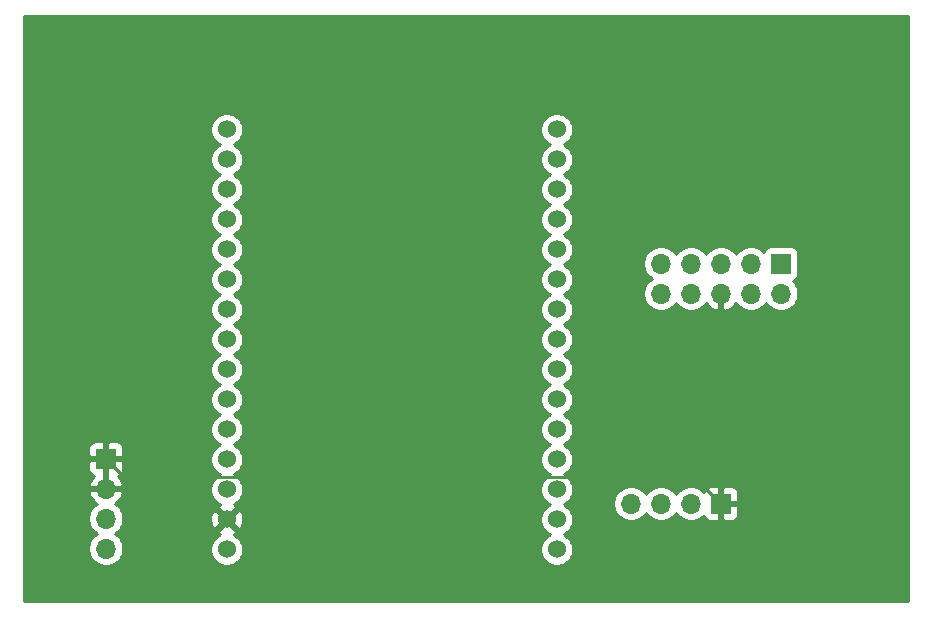
<source format=gbr>
%TF.GenerationSoftware,KiCad,Pcbnew,(5.1.9)-1*%
%TF.CreationDate,2021-04-04T23:23:37-07:00*%
%TF.ProjectId,esp8266_power,65737038-3236-4365-9f70-6f7765722e6b,rev?*%
%TF.SameCoordinates,Original*%
%TF.FileFunction,Copper,L2,Bot*%
%TF.FilePolarity,Positive*%
%FSLAX46Y46*%
G04 Gerber Fmt 4.6, Leading zero omitted, Abs format (unit mm)*
G04 Created by KiCad (PCBNEW (5.1.9)-1) date 2021-04-04 23:23:37*
%MOMM*%
%LPD*%
G01*
G04 APERTURE LIST*
%TA.AperFunction,ComponentPad*%
%ADD10C,1.524000*%
%TD*%
%TA.AperFunction,ComponentPad*%
%ADD11R,1.700000X1.700000*%
%TD*%
%TA.AperFunction,ComponentPad*%
%ADD12O,1.700000X1.700000*%
%TD*%
%TA.AperFunction,Conductor*%
%ADD13C,0.250000*%
%TD*%
%TA.AperFunction,Conductor*%
%ADD14C,0.254000*%
%TD*%
%TA.AperFunction,Conductor*%
%ADD15C,0.100000*%
%TD*%
G04 APERTURE END LIST*
D10*
%TO.P,U1,1*%
%TO.N,N/C*%
X132155001Y-86435001D03*
%TO.P,U1,2*%
X132155001Y-88975001D03*
%TO.P,U1,3*%
X132155001Y-91515001D03*
%TO.P,U1,4*%
X132155001Y-94055001D03*
%TO.P,U1,5*%
X132155001Y-96595001D03*
%TO.P,U1,6*%
X132155001Y-99135001D03*
%TO.P,U1,7*%
X132155001Y-101675001D03*
%TO.P,U1,8*%
X132155001Y-104215001D03*
%TO.P,U1,9*%
X132155001Y-106755001D03*
%TO.P,U1,10*%
X132155001Y-109295001D03*
%TO.P,U1,11*%
X132155001Y-111835001D03*
%TO.P,U1,12*%
X132155001Y-114375001D03*
%TO.P,U1,13*%
X132155001Y-116915001D03*
%TO.P,U1,14*%
%TO.N,GND*%
X132155001Y-119455001D03*
%TO.P,U1,15*%
%TO.N,+5V*%
X132155001Y-121995001D03*
%TO.P,U1,16*%
%TO.N,N/C*%
X160095001Y-121995001D03*
%TO.P,U1,17*%
X160095001Y-119455001D03*
%TO.P,U1,18*%
%TO.N,/SDA*%
X160095001Y-116915001D03*
%TO.P,U1,19*%
%TO.N,/SCL*%
X160095001Y-114375001D03*
%TO.P,U1,20*%
%TO.N,/C*%
X160095001Y-111835001D03*
%TO.P,U1,21*%
%TO.N,/R1*%
X160095001Y-109295001D03*
%TO.P,U1,22*%
%TO.N,/D*%
X160095001Y-106755001D03*
%TO.P,U1,23*%
%TO.N,/CLK*%
X160095001Y-104215001D03*
%TO.P,U1,24*%
%TO.N,N/C*%
X160095001Y-101675001D03*
%TO.P,U1,25*%
X160095001Y-99135001D03*
%TO.P,U1,26*%
%TO.N,/OE*%
X160095001Y-96595001D03*
%TO.P,U1,27*%
%TO.N,/E*%
X160095001Y-94055001D03*
%TO.P,U1,28*%
%TO.N,/B*%
X160095001Y-91515001D03*
%TO.P,U1,29*%
%TO.N,/A*%
X160095001Y-88975001D03*
%TO.P,U1,30*%
%TO.N,/LAT*%
X160095001Y-86435001D03*
%TD*%
D11*
%TO.P,J1,1*%
%TO.N,GND*%
X121920000Y-114300000D03*
D12*
%TO.P,J1,2*%
X121920000Y-116840000D03*
%TO.P,J1,3*%
%TO.N,+5V*%
X121920000Y-119380000D03*
%TO.P,J1,4*%
X121920000Y-121920000D03*
%TD*%
%TO.P,J2,4*%
%TO.N,/SCL*%
X166370000Y-118110000D03*
%TO.P,J2,3*%
%TO.N,/SDA*%
X168910000Y-118110000D03*
%TO.P,J2,2*%
%TO.N,+5V*%
X171450000Y-118110000D03*
D11*
%TO.P,J2,1*%
%TO.N,GND*%
X173990000Y-118110000D03*
%TD*%
%TO.P,J3,1*%
%TO.N,/R1*%
X179070000Y-97790000D03*
D12*
%TO.P,J3,2*%
%TO.N,/A*%
X179070000Y-100330000D03*
%TO.P,J3,3*%
%TO.N,/C*%
X176530000Y-97790000D03*
%TO.P,J3,4*%
%TO.N,/CLK*%
X176530000Y-100330000D03*
%TO.P,J3,5*%
%TO.N,/OE*%
X173990000Y-97790000D03*
%TO.P,J3,6*%
%TO.N,GND*%
X173990000Y-100330000D03*
%TO.P,J3,7*%
%TO.N,/LAT*%
X171450000Y-97790000D03*
%TO.P,J3,8*%
%TO.N,/D*%
X171450000Y-100330000D03*
%TO.P,J3,9*%
%TO.N,/B*%
X168910000Y-97790000D03*
%TO.P,J3,10*%
%TO.N,/E*%
X168910000Y-100330000D03*
%TD*%
D13*
%TO.N,GND*%
X123448000Y-115828000D02*
X121920000Y-114300000D01*
X171708000Y-115828000D02*
X123448000Y-115828000D01*
X173990000Y-118110000D02*
X171708000Y-115828000D01*
X121920000Y-114300000D02*
X121920000Y-116840000D01*
X129540000Y-116840000D02*
X132155001Y-119455001D01*
X121920000Y-116840000D02*
X129540000Y-116840000D01*
X173990000Y-100330000D02*
X173990000Y-118110000D01*
%TD*%
D14*
%TO.N,GND*%
X189840001Y-126340000D02*
X114960000Y-126340000D01*
X114960000Y-119233740D01*
X120435000Y-119233740D01*
X120435000Y-119526260D01*
X120492068Y-119813158D01*
X120604010Y-120083411D01*
X120766525Y-120326632D01*
X120973368Y-120533475D01*
X121147760Y-120650000D01*
X120973368Y-120766525D01*
X120766525Y-120973368D01*
X120604010Y-121216589D01*
X120492068Y-121486842D01*
X120435000Y-121773740D01*
X120435000Y-122066260D01*
X120492068Y-122353158D01*
X120604010Y-122623411D01*
X120766525Y-122866632D01*
X120973368Y-123073475D01*
X121216589Y-123235990D01*
X121486842Y-123347932D01*
X121773740Y-123405000D01*
X122066260Y-123405000D01*
X122353158Y-123347932D01*
X122623411Y-123235990D01*
X122866632Y-123073475D01*
X123073475Y-122866632D01*
X123235990Y-122623411D01*
X123347932Y-122353158D01*
X123405000Y-122066260D01*
X123405000Y-121857409D01*
X130758001Y-121857409D01*
X130758001Y-122132593D01*
X130811687Y-122402491D01*
X130916996Y-122656728D01*
X131069881Y-122885536D01*
X131264466Y-123080121D01*
X131493274Y-123233006D01*
X131747511Y-123338315D01*
X132017409Y-123392001D01*
X132292593Y-123392001D01*
X132562491Y-123338315D01*
X132816728Y-123233006D01*
X133045536Y-123080121D01*
X133240121Y-122885536D01*
X133393006Y-122656728D01*
X133498315Y-122402491D01*
X133552001Y-122132593D01*
X133552001Y-121857409D01*
X133498315Y-121587511D01*
X133393006Y-121333274D01*
X133240121Y-121104466D01*
X133045536Y-120909881D01*
X132816728Y-120756996D01*
X132745058Y-120727309D01*
X132758024Y-120722637D01*
X132873981Y-120660657D01*
X132940961Y-120420566D01*
X132155001Y-119634606D01*
X131369041Y-120420566D01*
X131436021Y-120660657D01*
X131571761Y-120724486D01*
X131493274Y-120756996D01*
X131264466Y-120909881D01*
X131069881Y-121104466D01*
X130916996Y-121333274D01*
X130811687Y-121587511D01*
X130758001Y-121857409D01*
X123405000Y-121857409D01*
X123405000Y-121773740D01*
X123347932Y-121486842D01*
X123235990Y-121216589D01*
X123073475Y-120973368D01*
X122866632Y-120766525D01*
X122692240Y-120650000D01*
X122866632Y-120533475D01*
X123073475Y-120326632D01*
X123235990Y-120083411D01*
X123347932Y-119813158D01*
X123404849Y-119527018D01*
X130753091Y-119527018D01*
X130794079Y-119799134D01*
X130887365Y-120058024D01*
X130949345Y-120173981D01*
X131189436Y-120240961D01*
X131975396Y-119455001D01*
X132334606Y-119455001D01*
X133120566Y-120240961D01*
X133360657Y-120173981D01*
X133477757Y-119924953D01*
X133544024Y-119657866D01*
X133556911Y-119382984D01*
X133515923Y-119110868D01*
X133422637Y-118851978D01*
X133360657Y-118736021D01*
X133120566Y-118669041D01*
X132334606Y-119455001D01*
X131975396Y-119455001D01*
X131189436Y-118669041D01*
X130949345Y-118736021D01*
X130832245Y-118985049D01*
X130765978Y-119252136D01*
X130753091Y-119527018D01*
X123404849Y-119527018D01*
X123405000Y-119526260D01*
X123405000Y-119233740D01*
X123347932Y-118946842D01*
X123235990Y-118676589D01*
X123073475Y-118433368D01*
X122866632Y-118226525D01*
X122684466Y-118104805D01*
X122801355Y-118035178D01*
X123017588Y-117840269D01*
X123191641Y-117606920D01*
X123316825Y-117344099D01*
X123361476Y-117196890D01*
X123240155Y-116967000D01*
X122047000Y-116967000D01*
X122047000Y-116987000D01*
X121793000Y-116987000D01*
X121793000Y-116967000D01*
X120599845Y-116967000D01*
X120478524Y-117196890D01*
X120523175Y-117344099D01*
X120648359Y-117606920D01*
X120822412Y-117840269D01*
X121038645Y-118035178D01*
X121155534Y-118104805D01*
X120973368Y-118226525D01*
X120766525Y-118433368D01*
X120604010Y-118676589D01*
X120492068Y-118946842D01*
X120435000Y-119233740D01*
X114960000Y-119233740D01*
X114960000Y-115150000D01*
X120431928Y-115150000D01*
X120444188Y-115274482D01*
X120480498Y-115394180D01*
X120539463Y-115504494D01*
X120618815Y-115601185D01*
X120715506Y-115680537D01*
X120825820Y-115739502D01*
X120906466Y-115763966D01*
X120822412Y-115839731D01*
X120648359Y-116073080D01*
X120523175Y-116335901D01*
X120478524Y-116483110D01*
X120599845Y-116713000D01*
X121793000Y-116713000D01*
X121793000Y-114427000D01*
X122047000Y-114427000D01*
X122047000Y-116713000D01*
X123240155Y-116713000D01*
X123361476Y-116483110D01*
X123316825Y-116335901D01*
X123191641Y-116073080D01*
X123017588Y-115839731D01*
X122933534Y-115763966D01*
X123014180Y-115739502D01*
X123124494Y-115680537D01*
X123221185Y-115601185D01*
X123300537Y-115504494D01*
X123359502Y-115394180D01*
X123395812Y-115274482D01*
X123408072Y-115150000D01*
X123405000Y-114585750D01*
X123246250Y-114427000D01*
X122047000Y-114427000D01*
X121793000Y-114427000D01*
X120593750Y-114427000D01*
X120435000Y-114585750D01*
X120431928Y-115150000D01*
X114960000Y-115150000D01*
X114960000Y-113450000D01*
X120431928Y-113450000D01*
X120435000Y-114014250D01*
X120593750Y-114173000D01*
X121793000Y-114173000D01*
X121793000Y-112973750D01*
X122047000Y-112973750D01*
X122047000Y-114173000D01*
X123246250Y-114173000D01*
X123405000Y-114014250D01*
X123408072Y-113450000D01*
X123395812Y-113325518D01*
X123359502Y-113205820D01*
X123300537Y-113095506D01*
X123221185Y-112998815D01*
X123124494Y-112919463D01*
X123014180Y-112860498D01*
X122894482Y-112824188D01*
X122770000Y-112811928D01*
X122205750Y-112815000D01*
X122047000Y-112973750D01*
X121793000Y-112973750D01*
X121634250Y-112815000D01*
X121070000Y-112811928D01*
X120945518Y-112824188D01*
X120825820Y-112860498D01*
X120715506Y-112919463D01*
X120618815Y-112998815D01*
X120539463Y-113095506D01*
X120480498Y-113205820D01*
X120444188Y-113325518D01*
X120431928Y-113450000D01*
X114960000Y-113450000D01*
X114960000Y-86297409D01*
X130758001Y-86297409D01*
X130758001Y-86572593D01*
X130811687Y-86842491D01*
X130916996Y-87096728D01*
X131069881Y-87325536D01*
X131264466Y-87520121D01*
X131493274Y-87673006D01*
X131570516Y-87705001D01*
X131493274Y-87736996D01*
X131264466Y-87889881D01*
X131069881Y-88084466D01*
X130916996Y-88313274D01*
X130811687Y-88567511D01*
X130758001Y-88837409D01*
X130758001Y-89112593D01*
X130811687Y-89382491D01*
X130916996Y-89636728D01*
X131069881Y-89865536D01*
X131264466Y-90060121D01*
X131493274Y-90213006D01*
X131570516Y-90245001D01*
X131493274Y-90276996D01*
X131264466Y-90429881D01*
X131069881Y-90624466D01*
X130916996Y-90853274D01*
X130811687Y-91107511D01*
X130758001Y-91377409D01*
X130758001Y-91652593D01*
X130811687Y-91922491D01*
X130916996Y-92176728D01*
X131069881Y-92405536D01*
X131264466Y-92600121D01*
X131493274Y-92753006D01*
X131570516Y-92785001D01*
X131493274Y-92816996D01*
X131264466Y-92969881D01*
X131069881Y-93164466D01*
X130916996Y-93393274D01*
X130811687Y-93647511D01*
X130758001Y-93917409D01*
X130758001Y-94192593D01*
X130811687Y-94462491D01*
X130916996Y-94716728D01*
X131069881Y-94945536D01*
X131264466Y-95140121D01*
X131493274Y-95293006D01*
X131570516Y-95325001D01*
X131493274Y-95356996D01*
X131264466Y-95509881D01*
X131069881Y-95704466D01*
X130916996Y-95933274D01*
X130811687Y-96187511D01*
X130758001Y-96457409D01*
X130758001Y-96732593D01*
X130811687Y-97002491D01*
X130916996Y-97256728D01*
X131069881Y-97485536D01*
X131264466Y-97680121D01*
X131493274Y-97833006D01*
X131570516Y-97865001D01*
X131493274Y-97896996D01*
X131264466Y-98049881D01*
X131069881Y-98244466D01*
X130916996Y-98473274D01*
X130811687Y-98727511D01*
X130758001Y-98997409D01*
X130758001Y-99272593D01*
X130811687Y-99542491D01*
X130916996Y-99796728D01*
X131069881Y-100025536D01*
X131264466Y-100220121D01*
X131493274Y-100373006D01*
X131570516Y-100405001D01*
X131493274Y-100436996D01*
X131264466Y-100589881D01*
X131069881Y-100784466D01*
X130916996Y-101013274D01*
X130811687Y-101267511D01*
X130758001Y-101537409D01*
X130758001Y-101812593D01*
X130811687Y-102082491D01*
X130916996Y-102336728D01*
X131069881Y-102565536D01*
X131264466Y-102760121D01*
X131493274Y-102913006D01*
X131570516Y-102945001D01*
X131493274Y-102976996D01*
X131264466Y-103129881D01*
X131069881Y-103324466D01*
X130916996Y-103553274D01*
X130811687Y-103807511D01*
X130758001Y-104077409D01*
X130758001Y-104352593D01*
X130811687Y-104622491D01*
X130916996Y-104876728D01*
X131069881Y-105105536D01*
X131264466Y-105300121D01*
X131493274Y-105453006D01*
X131570516Y-105485001D01*
X131493274Y-105516996D01*
X131264466Y-105669881D01*
X131069881Y-105864466D01*
X130916996Y-106093274D01*
X130811687Y-106347511D01*
X130758001Y-106617409D01*
X130758001Y-106892593D01*
X130811687Y-107162491D01*
X130916996Y-107416728D01*
X131069881Y-107645536D01*
X131264466Y-107840121D01*
X131493274Y-107993006D01*
X131570516Y-108025001D01*
X131493274Y-108056996D01*
X131264466Y-108209881D01*
X131069881Y-108404466D01*
X130916996Y-108633274D01*
X130811687Y-108887511D01*
X130758001Y-109157409D01*
X130758001Y-109432593D01*
X130811687Y-109702491D01*
X130916996Y-109956728D01*
X131069881Y-110185536D01*
X131264466Y-110380121D01*
X131493274Y-110533006D01*
X131570516Y-110565001D01*
X131493274Y-110596996D01*
X131264466Y-110749881D01*
X131069881Y-110944466D01*
X130916996Y-111173274D01*
X130811687Y-111427511D01*
X130758001Y-111697409D01*
X130758001Y-111972593D01*
X130811687Y-112242491D01*
X130916996Y-112496728D01*
X131069881Y-112725536D01*
X131264466Y-112920121D01*
X131493274Y-113073006D01*
X131570516Y-113105001D01*
X131493274Y-113136996D01*
X131264466Y-113289881D01*
X131069881Y-113484466D01*
X130916996Y-113713274D01*
X130811687Y-113967511D01*
X130758001Y-114237409D01*
X130758001Y-114512593D01*
X130811687Y-114782491D01*
X130916996Y-115036728D01*
X131069881Y-115265536D01*
X131264466Y-115460121D01*
X131493274Y-115613006D01*
X131570516Y-115645001D01*
X131493274Y-115676996D01*
X131264466Y-115829881D01*
X131069881Y-116024466D01*
X130916996Y-116253274D01*
X130811687Y-116507511D01*
X130758001Y-116777409D01*
X130758001Y-117052593D01*
X130811687Y-117322491D01*
X130916996Y-117576728D01*
X131069881Y-117805536D01*
X131264466Y-118000121D01*
X131493274Y-118153006D01*
X131564944Y-118182693D01*
X131551978Y-118187365D01*
X131436021Y-118249345D01*
X131369041Y-118489436D01*
X132155001Y-119275396D01*
X132940961Y-118489436D01*
X132873981Y-118249345D01*
X132738241Y-118185516D01*
X132816728Y-118153006D01*
X133045536Y-118000121D01*
X133240121Y-117805536D01*
X133393006Y-117576728D01*
X133498315Y-117322491D01*
X133552001Y-117052593D01*
X133552001Y-116777409D01*
X133498315Y-116507511D01*
X133393006Y-116253274D01*
X133240121Y-116024466D01*
X133045536Y-115829881D01*
X132816728Y-115676996D01*
X132739486Y-115645001D01*
X132816728Y-115613006D01*
X133045536Y-115460121D01*
X133240121Y-115265536D01*
X133393006Y-115036728D01*
X133498315Y-114782491D01*
X133552001Y-114512593D01*
X133552001Y-114237409D01*
X133498315Y-113967511D01*
X133393006Y-113713274D01*
X133240121Y-113484466D01*
X133045536Y-113289881D01*
X132816728Y-113136996D01*
X132739486Y-113105001D01*
X132816728Y-113073006D01*
X133045536Y-112920121D01*
X133240121Y-112725536D01*
X133393006Y-112496728D01*
X133498315Y-112242491D01*
X133552001Y-111972593D01*
X133552001Y-111697409D01*
X133498315Y-111427511D01*
X133393006Y-111173274D01*
X133240121Y-110944466D01*
X133045536Y-110749881D01*
X132816728Y-110596996D01*
X132739486Y-110565001D01*
X132816728Y-110533006D01*
X133045536Y-110380121D01*
X133240121Y-110185536D01*
X133393006Y-109956728D01*
X133498315Y-109702491D01*
X133552001Y-109432593D01*
X133552001Y-109157409D01*
X133498315Y-108887511D01*
X133393006Y-108633274D01*
X133240121Y-108404466D01*
X133045536Y-108209881D01*
X132816728Y-108056996D01*
X132739486Y-108025001D01*
X132816728Y-107993006D01*
X133045536Y-107840121D01*
X133240121Y-107645536D01*
X133393006Y-107416728D01*
X133498315Y-107162491D01*
X133552001Y-106892593D01*
X133552001Y-106617409D01*
X133498315Y-106347511D01*
X133393006Y-106093274D01*
X133240121Y-105864466D01*
X133045536Y-105669881D01*
X132816728Y-105516996D01*
X132739486Y-105485001D01*
X132816728Y-105453006D01*
X133045536Y-105300121D01*
X133240121Y-105105536D01*
X133393006Y-104876728D01*
X133498315Y-104622491D01*
X133552001Y-104352593D01*
X133552001Y-104077409D01*
X133498315Y-103807511D01*
X133393006Y-103553274D01*
X133240121Y-103324466D01*
X133045536Y-103129881D01*
X132816728Y-102976996D01*
X132739486Y-102945001D01*
X132816728Y-102913006D01*
X133045536Y-102760121D01*
X133240121Y-102565536D01*
X133393006Y-102336728D01*
X133498315Y-102082491D01*
X133552001Y-101812593D01*
X133552001Y-101537409D01*
X133498315Y-101267511D01*
X133393006Y-101013274D01*
X133240121Y-100784466D01*
X133045536Y-100589881D01*
X132816728Y-100436996D01*
X132739486Y-100405001D01*
X132816728Y-100373006D01*
X133045536Y-100220121D01*
X133240121Y-100025536D01*
X133393006Y-99796728D01*
X133498315Y-99542491D01*
X133552001Y-99272593D01*
X133552001Y-98997409D01*
X133498315Y-98727511D01*
X133393006Y-98473274D01*
X133240121Y-98244466D01*
X133045536Y-98049881D01*
X132816728Y-97896996D01*
X132739486Y-97865001D01*
X132816728Y-97833006D01*
X133045536Y-97680121D01*
X133240121Y-97485536D01*
X133393006Y-97256728D01*
X133498315Y-97002491D01*
X133552001Y-96732593D01*
X133552001Y-96457409D01*
X133498315Y-96187511D01*
X133393006Y-95933274D01*
X133240121Y-95704466D01*
X133045536Y-95509881D01*
X132816728Y-95356996D01*
X132739486Y-95325001D01*
X132816728Y-95293006D01*
X133045536Y-95140121D01*
X133240121Y-94945536D01*
X133393006Y-94716728D01*
X133498315Y-94462491D01*
X133552001Y-94192593D01*
X133552001Y-93917409D01*
X133498315Y-93647511D01*
X133393006Y-93393274D01*
X133240121Y-93164466D01*
X133045536Y-92969881D01*
X132816728Y-92816996D01*
X132739486Y-92785001D01*
X132816728Y-92753006D01*
X133045536Y-92600121D01*
X133240121Y-92405536D01*
X133393006Y-92176728D01*
X133498315Y-91922491D01*
X133552001Y-91652593D01*
X133552001Y-91377409D01*
X133498315Y-91107511D01*
X133393006Y-90853274D01*
X133240121Y-90624466D01*
X133045536Y-90429881D01*
X132816728Y-90276996D01*
X132739486Y-90245001D01*
X132816728Y-90213006D01*
X133045536Y-90060121D01*
X133240121Y-89865536D01*
X133393006Y-89636728D01*
X133498315Y-89382491D01*
X133552001Y-89112593D01*
X133552001Y-88837409D01*
X133498315Y-88567511D01*
X133393006Y-88313274D01*
X133240121Y-88084466D01*
X133045536Y-87889881D01*
X132816728Y-87736996D01*
X132739486Y-87705001D01*
X132816728Y-87673006D01*
X133045536Y-87520121D01*
X133240121Y-87325536D01*
X133393006Y-87096728D01*
X133498315Y-86842491D01*
X133552001Y-86572593D01*
X133552001Y-86297409D01*
X158698001Y-86297409D01*
X158698001Y-86572593D01*
X158751687Y-86842491D01*
X158856996Y-87096728D01*
X159009881Y-87325536D01*
X159204466Y-87520121D01*
X159433274Y-87673006D01*
X159510516Y-87705001D01*
X159433274Y-87736996D01*
X159204466Y-87889881D01*
X159009881Y-88084466D01*
X158856996Y-88313274D01*
X158751687Y-88567511D01*
X158698001Y-88837409D01*
X158698001Y-89112593D01*
X158751687Y-89382491D01*
X158856996Y-89636728D01*
X159009881Y-89865536D01*
X159204466Y-90060121D01*
X159433274Y-90213006D01*
X159510516Y-90245001D01*
X159433274Y-90276996D01*
X159204466Y-90429881D01*
X159009881Y-90624466D01*
X158856996Y-90853274D01*
X158751687Y-91107511D01*
X158698001Y-91377409D01*
X158698001Y-91652593D01*
X158751687Y-91922491D01*
X158856996Y-92176728D01*
X159009881Y-92405536D01*
X159204466Y-92600121D01*
X159433274Y-92753006D01*
X159510516Y-92785001D01*
X159433274Y-92816996D01*
X159204466Y-92969881D01*
X159009881Y-93164466D01*
X158856996Y-93393274D01*
X158751687Y-93647511D01*
X158698001Y-93917409D01*
X158698001Y-94192593D01*
X158751687Y-94462491D01*
X158856996Y-94716728D01*
X159009881Y-94945536D01*
X159204466Y-95140121D01*
X159433274Y-95293006D01*
X159510516Y-95325001D01*
X159433274Y-95356996D01*
X159204466Y-95509881D01*
X159009881Y-95704466D01*
X158856996Y-95933274D01*
X158751687Y-96187511D01*
X158698001Y-96457409D01*
X158698001Y-96732593D01*
X158751687Y-97002491D01*
X158856996Y-97256728D01*
X159009881Y-97485536D01*
X159204466Y-97680121D01*
X159433274Y-97833006D01*
X159510516Y-97865001D01*
X159433274Y-97896996D01*
X159204466Y-98049881D01*
X159009881Y-98244466D01*
X158856996Y-98473274D01*
X158751687Y-98727511D01*
X158698001Y-98997409D01*
X158698001Y-99272593D01*
X158751687Y-99542491D01*
X158856996Y-99796728D01*
X159009881Y-100025536D01*
X159204466Y-100220121D01*
X159433274Y-100373006D01*
X159510516Y-100405001D01*
X159433274Y-100436996D01*
X159204466Y-100589881D01*
X159009881Y-100784466D01*
X158856996Y-101013274D01*
X158751687Y-101267511D01*
X158698001Y-101537409D01*
X158698001Y-101812593D01*
X158751687Y-102082491D01*
X158856996Y-102336728D01*
X159009881Y-102565536D01*
X159204466Y-102760121D01*
X159433274Y-102913006D01*
X159510516Y-102945001D01*
X159433274Y-102976996D01*
X159204466Y-103129881D01*
X159009881Y-103324466D01*
X158856996Y-103553274D01*
X158751687Y-103807511D01*
X158698001Y-104077409D01*
X158698001Y-104352593D01*
X158751687Y-104622491D01*
X158856996Y-104876728D01*
X159009881Y-105105536D01*
X159204466Y-105300121D01*
X159433274Y-105453006D01*
X159510516Y-105485001D01*
X159433274Y-105516996D01*
X159204466Y-105669881D01*
X159009881Y-105864466D01*
X158856996Y-106093274D01*
X158751687Y-106347511D01*
X158698001Y-106617409D01*
X158698001Y-106892593D01*
X158751687Y-107162491D01*
X158856996Y-107416728D01*
X159009881Y-107645536D01*
X159204466Y-107840121D01*
X159433274Y-107993006D01*
X159510516Y-108025001D01*
X159433274Y-108056996D01*
X159204466Y-108209881D01*
X159009881Y-108404466D01*
X158856996Y-108633274D01*
X158751687Y-108887511D01*
X158698001Y-109157409D01*
X158698001Y-109432593D01*
X158751687Y-109702491D01*
X158856996Y-109956728D01*
X159009881Y-110185536D01*
X159204466Y-110380121D01*
X159433274Y-110533006D01*
X159510516Y-110565001D01*
X159433274Y-110596996D01*
X159204466Y-110749881D01*
X159009881Y-110944466D01*
X158856996Y-111173274D01*
X158751687Y-111427511D01*
X158698001Y-111697409D01*
X158698001Y-111972593D01*
X158751687Y-112242491D01*
X158856996Y-112496728D01*
X159009881Y-112725536D01*
X159204466Y-112920121D01*
X159433274Y-113073006D01*
X159510516Y-113105001D01*
X159433274Y-113136996D01*
X159204466Y-113289881D01*
X159009881Y-113484466D01*
X158856996Y-113713274D01*
X158751687Y-113967511D01*
X158698001Y-114237409D01*
X158698001Y-114512593D01*
X158751687Y-114782491D01*
X158856996Y-115036728D01*
X159009881Y-115265536D01*
X159204466Y-115460121D01*
X159433274Y-115613006D01*
X159510516Y-115645001D01*
X159433274Y-115676996D01*
X159204466Y-115829881D01*
X159009881Y-116024466D01*
X158856996Y-116253274D01*
X158751687Y-116507511D01*
X158698001Y-116777409D01*
X158698001Y-117052593D01*
X158751687Y-117322491D01*
X158856996Y-117576728D01*
X159009881Y-117805536D01*
X159204466Y-118000121D01*
X159433274Y-118153006D01*
X159510516Y-118185001D01*
X159433274Y-118216996D01*
X159204466Y-118369881D01*
X159009881Y-118564466D01*
X158856996Y-118793274D01*
X158751687Y-119047511D01*
X158698001Y-119317409D01*
X158698001Y-119592593D01*
X158751687Y-119862491D01*
X158856996Y-120116728D01*
X159009881Y-120345536D01*
X159204466Y-120540121D01*
X159433274Y-120693006D01*
X159510516Y-120725001D01*
X159433274Y-120756996D01*
X159204466Y-120909881D01*
X159009881Y-121104466D01*
X158856996Y-121333274D01*
X158751687Y-121587511D01*
X158698001Y-121857409D01*
X158698001Y-122132593D01*
X158751687Y-122402491D01*
X158856996Y-122656728D01*
X159009881Y-122885536D01*
X159204466Y-123080121D01*
X159433274Y-123233006D01*
X159687511Y-123338315D01*
X159957409Y-123392001D01*
X160232593Y-123392001D01*
X160502491Y-123338315D01*
X160756728Y-123233006D01*
X160985536Y-123080121D01*
X161180121Y-122885536D01*
X161333006Y-122656728D01*
X161438315Y-122402491D01*
X161492001Y-122132593D01*
X161492001Y-121857409D01*
X161438315Y-121587511D01*
X161333006Y-121333274D01*
X161180121Y-121104466D01*
X160985536Y-120909881D01*
X160756728Y-120756996D01*
X160679486Y-120725001D01*
X160756728Y-120693006D01*
X160985536Y-120540121D01*
X161180121Y-120345536D01*
X161333006Y-120116728D01*
X161438315Y-119862491D01*
X161492001Y-119592593D01*
X161492001Y-119317409D01*
X161438315Y-119047511D01*
X161333006Y-118793274D01*
X161180121Y-118564466D01*
X160985536Y-118369881D01*
X160756728Y-118216996D01*
X160679486Y-118185001D01*
X160756728Y-118153006D01*
X160985536Y-118000121D01*
X161021917Y-117963740D01*
X164885000Y-117963740D01*
X164885000Y-118256260D01*
X164942068Y-118543158D01*
X165054010Y-118813411D01*
X165216525Y-119056632D01*
X165423368Y-119263475D01*
X165666589Y-119425990D01*
X165936842Y-119537932D01*
X166223740Y-119595000D01*
X166516260Y-119595000D01*
X166803158Y-119537932D01*
X167073411Y-119425990D01*
X167316632Y-119263475D01*
X167523475Y-119056632D01*
X167640000Y-118882240D01*
X167756525Y-119056632D01*
X167963368Y-119263475D01*
X168206589Y-119425990D01*
X168476842Y-119537932D01*
X168763740Y-119595000D01*
X169056260Y-119595000D01*
X169343158Y-119537932D01*
X169613411Y-119425990D01*
X169856632Y-119263475D01*
X170063475Y-119056632D01*
X170180000Y-118882240D01*
X170296525Y-119056632D01*
X170503368Y-119263475D01*
X170746589Y-119425990D01*
X171016842Y-119537932D01*
X171303740Y-119595000D01*
X171596260Y-119595000D01*
X171883158Y-119537932D01*
X172153411Y-119425990D01*
X172396632Y-119263475D01*
X172528487Y-119131620D01*
X172550498Y-119204180D01*
X172609463Y-119314494D01*
X172688815Y-119411185D01*
X172785506Y-119490537D01*
X172895820Y-119549502D01*
X173015518Y-119585812D01*
X173140000Y-119598072D01*
X173704250Y-119595000D01*
X173863000Y-119436250D01*
X173863000Y-118237000D01*
X174117000Y-118237000D01*
X174117000Y-119436250D01*
X174275750Y-119595000D01*
X174840000Y-119598072D01*
X174964482Y-119585812D01*
X175084180Y-119549502D01*
X175194494Y-119490537D01*
X175291185Y-119411185D01*
X175370537Y-119314494D01*
X175429502Y-119204180D01*
X175465812Y-119084482D01*
X175478072Y-118960000D01*
X175475000Y-118395750D01*
X175316250Y-118237000D01*
X174117000Y-118237000D01*
X173863000Y-118237000D01*
X173843000Y-118237000D01*
X173843000Y-117983000D01*
X173863000Y-117983000D01*
X173863000Y-116783750D01*
X174117000Y-116783750D01*
X174117000Y-117983000D01*
X175316250Y-117983000D01*
X175475000Y-117824250D01*
X175478072Y-117260000D01*
X175465812Y-117135518D01*
X175429502Y-117015820D01*
X175370537Y-116905506D01*
X175291185Y-116808815D01*
X175194494Y-116729463D01*
X175084180Y-116670498D01*
X174964482Y-116634188D01*
X174840000Y-116621928D01*
X174275750Y-116625000D01*
X174117000Y-116783750D01*
X173863000Y-116783750D01*
X173704250Y-116625000D01*
X173140000Y-116621928D01*
X173015518Y-116634188D01*
X172895820Y-116670498D01*
X172785506Y-116729463D01*
X172688815Y-116808815D01*
X172609463Y-116905506D01*
X172550498Y-117015820D01*
X172528487Y-117088380D01*
X172396632Y-116956525D01*
X172153411Y-116794010D01*
X171883158Y-116682068D01*
X171596260Y-116625000D01*
X171303740Y-116625000D01*
X171016842Y-116682068D01*
X170746589Y-116794010D01*
X170503368Y-116956525D01*
X170296525Y-117163368D01*
X170180000Y-117337760D01*
X170063475Y-117163368D01*
X169856632Y-116956525D01*
X169613411Y-116794010D01*
X169343158Y-116682068D01*
X169056260Y-116625000D01*
X168763740Y-116625000D01*
X168476842Y-116682068D01*
X168206589Y-116794010D01*
X167963368Y-116956525D01*
X167756525Y-117163368D01*
X167640000Y-117337760D01*
X167523475Y-117163368D01*
X167316632Y-116956525D01*
X167073411Y-116794010D01*
X166803158Y-116682068D01*
X166516260Y-116625000D01*
X166223740Y-116625000D01*
X165936842Y-116682068D01*
X165666589Y-116794010D01*
X165423368Y-116956525D01*
X165216525Y-117163368D01*
X165054010Y-117406589D01*
X164942068Y-117676842D01*
X164885000Y-117963740D01*
X161021917Y-117963740D01*
X161180121Y-117805536D01*
X161333006Y-117576728D01*
X161438315Y-117322491D01*
X161492001Y-117052593D01*
X161492001Y-116777409D01*
X161438315Y-116507511D01*
X161333006Y-116253274D01*
X161180121Y-116024466D01*
X160985536Y-115829881D01*
X160756728Y-115676996D01*
X160679486Y-115645001D01*
X160756728Y-115613006D01*
X160985536Y-115460121D01*
X161180121Y-115265536D01*
X161333006Y-115036728D01*
X161438315Y-114782491D01*
X161492001Y-114512593D01*
X161492001Y-114237409D01*
X161438315Y-113967511D01*
X161333006Y-113713274D01*
X161180121Y-113484466D01*
X160985536Y-113289881D01*
X160756728Y-113136996D01*
X160679486Y-113105001D01*
X160756728Y-113073006D01*
X160985536Y-112920121D01*
X161180121Y-112725536D01*
X161333006Y-112496728D01*
X161438315Y-112242491D01*
X161492001Y-111972593D01*
X161492001Y-111697409D01*
X161438315Y-111427511D01*
X161333006Y-111173274D01*
X161180121Y-110944466D01*
X160985536Y-110749881D01*
X160756728Y-110596996D01*
X160679486Y-110565001D01*
X160756728Y-110533006D01*
X160985536Y-110380121D01*
X161180121Y-110185536D01*
X161333006Y-109956728D01*
X161438315Y-109702491D01*
X161492001Y-109432593D01*
X161492001Y-109157409D01*
X161438315Y-108887511D01*
X161333006Y-108633274D01*
X161180121Y-108404466D01*
X160985536Y-108209881D01*
X160756728Y-108056996D01*
X160679486Y-108025001D01*
X160756728Y-107993006D01*
X160985536Y-107840121D01*
X161180121Y-107645536D01*
X161333006Y-107416728D01*
X161438315Y-107162491D01*
X161492001Y-106892593D01*
X161492001Y-106617409D01*
X161438315Y-106347511D01*
X161333006Y-106093274D01*
X161180121Y-105864466D01*
X160985536Y-105669881D01*
X160756728Y-105516996D01*
X160679486Y-105485001D01*
X160756728Y-105453006D01*
X160985536Y-105300121D01*
X161180121Y-105105536D01*
X161333006Y-104876728D01*
X161438315Y-104622491D01*
X161492001Y-104352593D01*
X161492001Y-104077409D01*
X161438315Y-103807511D01*
X161333006Y-103553274D01*
X161180121Y-103324466D01*
X160985536Y-103129881D01*
X160756728Y-102976996D01*
X160679486Y-102945001D01*
X160756728Y-102913006D01*
X160985536Y-102760121D01*
X161180121Y-102565536D01*
X161333006Y-102336728D01*
X161438315Y-102082491D01*
X161492001Y-101812593D01*
X161492001Y-101537409D01*
X161438315Y-101267511D01*
X161333006Y-101013274D01*
X161180121Y-100784466D01*
X160985536Y-100589881D01*
X160756728Y-100436996D01*
X160679486Y-100405001D01*
X160756728Y-100373006D01*
X160985536Y-100220121D01*
X161180121Y-100025536D01*
X161333006Y-99796728D01*
X161438315Y-99542491D01*
X161492001Y-99272593D01*
X161492001Y-98997409D01*
X161438315Y-98727511D01*
X161333006Y-98473274D01*
X161180121Y-98244466D01*
X160985536Y-98049881D01*
X160756728Y-97896996D01*
X160679486Y-97865001D01*
X160756728Y-97833006D01*
X160985536Y-97680121D01*
X161021917Y-97643740D01*
X167425000Y-97643740D01*
X167425000Y-97936260D01*
X167482068Y-98223158D01*
X167594010Y-98493411D01*
X167756525Y-98736632D01*
X167963368Y-98943475D01*
X168137760Y-99060000D01*
X167963368Y-99176525D01*
X167756525Y-99383368D01*
X167594010Y-99626589D01*
X167482068Y-99896842D01*
X167425000Y-100183740D01*
X167425000Y-100476260D01*
X167482068Y-100763158D01*
X167594010Y-101033411D01*
X167756525Y-101276632D01*
X167963368Y-101483475D01*
X168206589Y-101645990D01*
X168476842Y-101757932D01*
X168763740Y-101815000D01*
X169056260Y-101815000D01*
X169343158Y-101757932D01*
X169613411Y-101645990D01*
X169856632Y-101483475D01*
X170063475Y-101276632D01*
X170180000Y-101102240D01*
X170296525Y-101276632D01*
X170503368Y-101483475D01*
X170746589Y-101645990D01*
X171016842Y-101757932D01*
X171303740Y-101815000D01*
X171596260Y-101815000D01*
X171883158Y-101757932D01*
X172153411Y-101645990D01*
X172396632Y-101483475D01*
X172603475Y-101276632D01*
X172725195Y-101094466D01*
X172794822Y-101211355D01*
X172989731Y-101427588D01*
X173223080Y-101601641D01*
X173485901Y-101726825D01*
X173633110Y-101771476D01*
X173863000Y-101650155D01*
X173863000Y-100457000D01*
X173843000Y-100457000D01*
X173843000Y-100203000D01*
X173863000Y-100203000D01*
X173863000Y-100183000D01*
X174117000Y-100183000D01*
X174117000Y-100203000D01*
X174137000Y-100203000D01*
X174137000Y-100457000D01*
X174117000Y-100457000D01*
X174117000Y-101650155D01*
X174346890Y-101771476D01*
X174494099Y-101726825D01*
X174756920Y-101601641D01*
X174990269Y-101427588D01*
X175185178Y-101211355D01*
X175254805Y-101094466D01*
X175376525Y-101276632D01*
X175583368Y-101483475D01*
X175826589Y-101645990D01*
X176096842Y-101757932D01*
X176383740Y-101815000D01*
X176676260Y-101815000D01*
X176963158Y-101757932D01*
X177233411Y-101645990D01*
X177476632Y-101483475D01*
X177683475Y-101276632D01*
X177800000Y-101102240D01*
X177916525Y-101276632D01*
X178123368Y-101483475D01*
X178366589Y-101645990D01*
X178636842Y-101757932D01*
X178923740Y-101815000D01*
X179216260Y-101815000D01*
X179503158Y-101757932D01*
X179773411Y-101645990D01*
X180016632Y-101483475D01*
X180223475Y-101276632D01*
X180385990Y-101033411D01*
X180497932Y-100763158D01*
X180555000Y-100476260D01*
X180555000Y-100183740D01*
X180497932Y-99896842D01*
X180385990Y-99626589D01*
X180223475Y-99383368D01*
X180091620Y-99251513D01*
X180164180Y-99229502D01*
X180274494Y-99170537D01*
X180371185Y-99091185D01*
X180450537Y-98994494D01*
X180509502Y-98884180D01*
X180545812Y-98764482D01*
X180558072Y-98640000D01*
X180558072Y-96940000D01*
X180545812Y-96815518D01*
X180509502Y-96695820D01*
X180450537Y-96585506D01*
X180371185Y-96488815D01*
X180274494Y-96409463D01*
X180164180Y-96350498D01*
X180044482Y-96314188D01*
X179920000Y-96301928D01*
X178220000Y-96301928D01*
X178095518Y-96314188D01*
X177975820Y-96350498D01*
X177865506Y-96409463D01*
X177768815Y-96488815D01*
X177689463Y-96585506D01*
X177630498Y-96695820D01*
X177608487Y-96768380D01*
X177476632Y-96636525D01*
X177233411Y-96474010D01*
X176963158Y-96362068D01*
X176676260Y-96305000D01*
X176383740Y-96305000D01*
X176096842Y-96362068D01*
X175826589Y-96474010D01*
X175583368Y-96636525D01*
X175376525Y-96843368D01*
X175260000Y-97017760D01*
X175143475Y-96843368D01*
X174936632Y-96636525D01*
X174693411Y-96474010D01*
X174423158Y-96362068D01*
X174136260Y-96305000D01*
X173843740Y-96305000D01*
X173556842Y-96362068D01*
X173286589Y-96474010D01*
X173043368Y-96636525D01*
X172836525Y-96843368D01*
X172720000Y-97017760D01*
X172603475Y-96843368D01*
X172396632Y-96636525D01*
X172153411Y-96474010D01*
X171883158Y-96362068D01*
X171596260Y-96305000D01*
X171303740Y-96305000D01*
X171016842Y-96362068D01*
X170746589Y-96474010D01*
X170503368Y-96636525D01*
X170296525Y-96843368D01*
X170180000Y-97017760D01*
X170063475Y-96843368D01*
X169856632Y-96636525D01*
X169613411Y-96474010D01*
X169343158Y-96362068D01*
X169056260Y-96305000D01*
X168763740Y-96305000D01*
X168476842Y-96362068D01*
X168206589Y-96474010D01*
X167963368Y-96636525D01*
X167756525Y-96843368D01*
X167594010Y-97086589D01*
X167482068Y-97356842D01*
X167425000Y-97643740D01*
X161021917Y-97643740D01*
X161180121Y-97485536D01*
X161333006Y-97256728D01*
X161438315Y-97002491D01*
X161492001Y-96732593D01*
X161492001Y-96457409D01*
X161438315Y-96187511D01*
X161333006Y-95933274D01*
X161180121Y-95704466D01*
X160985536Y-95509881D01*
X160756728Y-95356996D01*
X160679486Y-95325001D01*
X160756728Y-95293006D01*
X160985536Y-95140121D01*
X161180121Y-94945536D01*
X161333006Y-94716728D01*
X161438315Y-94462491D01*
X161492001Y-94192593D01*
X161492001Y-93917409D01*
X161438315Y-93647511D01*
X161333006Y-93393274D01*
X161180121Y-93164466D01*
X160985536Y-92969881D01*
X160756728Y-92816996D01*
X160679486Y-92785001D01*
X160756728Y-92753006D01*
X160985536Y-92600121D01*
X161180121Y-92405536D01*
X161333006Y-92176728D01*
X161438315Y-91922491D01*
X161492001Y-91652593D01*
X161492001Y-91377409D01*
X161438315Y-91107511D01*
X161333006Y-90853274D01*
X161180121Y-90624466D01*
X160985536Y-90429881D01*
X160756728Y-90276996D01*
X160679486Y-90245001D01*
X160756728Y-90213006D01*
X160985536Y-90060121D01*
X161180121Y-89865536D01*
X161333006Y-89636728D01*
X161438315Y-89382491D01*
X161492001Y-89112593D01*
X161492001Y-88837409D01*
X161438315Y-88567511D01*
X161333006Y-88313274D01*
X161180121Y-88084466D01*
X160985536Y-87889881D01*
X160756728Y-87736996D01*
X160679486Y-87705001D01*
X160756728Y-87673006D01*
X160985536Y-87520121D01*
X161180121Y-87325536D01*
X161333006Y-87096728D01*
X161438315Y-86842491D01*
X161492001Y-86572593D01*
X161492001Y-86297409D01*
X161438315Y-86027511D01*
X161333006Y-85773274D01*
X161180121Y-85544466D01*
X160985536Y-85349881D01*
X160756728Y-85196996D01*
X160502491Y-85091687D01*
X160232593Y-85038001D01*
X159957409Y-85038001D01*
X159687511Y-85091687D01*
X159433274Y-85196996D01*
X159204466Y-85349881D01*
X159009881Y-85544466D01*
X158856996Y-85773274D01*
X158751687Y-86027511D01*
X158698001Y-86297409D01*
X133552001Y-86297409D01*
X133498315Y-86027511D01*
X133393006Y-85773274D01*
X133240121Y-85544466D01*
X133045536Y-85349881D01*
X132816728Y-85196996D01*
X132562491Y-85091687D01*
X132292593Y-85038001D01*
X132017409Y-85038001D01*
X131747511Y-85091687D01*
X131493274Y-85196996D01*
X131264466Y-85349881D01*
X131069881Y-85544466D01*
X130916996Y-85773274D01*
X130811687Y-86027511D01*
X130758001Y-86297409D01*
X114960000Y-86297409D01*
X114960000Y-76860000D01*
X189840000Y-76860000D01*
X189840001Y-126340000D01*
%TA.AperFunction,Conductor*%
D15*
G36*
X189840001Y-126340000D02*
G01*
X114960000Y-126340000D01*
X114960000Y-119233740D01*
X120435000Y-119233740D01*
X120435000Y-119526260D01*
X120492068Y-119813158D01*
X120604010Y-120083411D01*
X120766525Y-120326632D01*
X120973368Y-120533475D01*
X121147760Y-120650000D01*
X120973368Y-120766525D01*
X120766525Y-120973368D01*
X120604010Y-121216589D01*
X120492068Y-121486842D01*
X120435000Y-121773740D01*
X120435000Y-122066260D01*
X120492068Y-122353158D01*
X120604010Y-122623411D01*
X120766525Y-122866632D01*
X120973368Y-123073475D01*
X121216589Y-123235990D01*
X121486842Y-123347932D01*
X121773740Y-123405000D01*
X122066260Y-123405000D01*
X122353158Y-123347932D01*
X122623411Y-123235990D01*
X122866632Y-123073475D01*
X123073475Y-122866632D01*
X123235990Y-122623411D01*
X123347932Y-122353158D01*
X123405000Y-122066260D01*
X123405000Y-121857409D01*
X130758001Y-121857409D01*
X130758001Y-122132593D01*
X130811687Y-122402491D01*
X130916996Y-122656728D01*
X131069881Y-122885536D01*
X131264466Y-123080121D01*
X131493274Y-123233006D01*
X131747511Y-123338315D01*
X132017409Y-123392001D01*
X132292593Y-123392001D01*
X132562491Y-123338315D01*
X132816728Y-123233006D01*
X133045536Y-123080121D01*
X133240121Y-122885536D01*
X133393006Y-122656728D01*
X133498315Y-122402491D01*
X133552001Y-122132593D01*
X133552001Y-121857409D01*
X133498315Y-121587511D01*
X133393006Y-121333274D01*
X133240121Y-121104466D01*
X133045536Y-120909881D01*
X132816728Y-120756996D01*
X132745058Y-120727309D01*
X132758024Y-120722637D01*
X132873981Y-120660657D01*
X132940961Y-120420566D01*
X132155001Y-119634606D01*
X131369041Y-120420566D01*
X131436021Y-120660657D01*
X131571761Y-120724486D01*
X131493274Y-120756996D01*
X131264466Y-120909881D01*
X131069881Y-121104466D01*
X130916996Y-121333274D01*
X130811687Y-121587511D01*
X130758001Y-121857409D01*
X123405000Y-121857409D01*
X123405000Y-121773740D01*
X123347932Y-121486842D01*
X123235990Y-121216589D01*
X123073475Y-120973368D01*
X122866632Y-120766525D01*
X122692240Y-120650000D01*
X122866632Y-120533475D01*
X123073475Y-120326632D01*
X123235990Y-120083411D01*
X123347932Y-119813158D01*
X123404849Y-119527018D01*
X130753091Y-119527018D01*
X130794079Y-119799134D01*
X130887365Y-120058024D01*
X130949345Y-120173981D01*
X131189436Y-120240961D01*
X131975396Y-119455001D01*
X132334606Y-119455001D01*
X133120566Y-120240961D01*
X133360657Y-120173981D01*
X133477757Y-119924953D01*
X133544024Y-119657866D01*
X133556911Y-119382984D01*
X133515923Y-119110868D01*
X133422637Y-118851978D01*
X133360657Y-118736021D01*
X133120566Y-118669041D01*
X132334606Y-119455001D01*
X131975396Y-119455001D01*
X131189436Y-118669041D01*
X130949345Y-118736021D01*
X130832245Y-118985049D01*
X130765978Y-119252136D01*
X130753091Y-119527018D01*
X123404849Y-119527018D01*
X123405000Y-119526260D01*
X123405000Y-119233740D01*
X123347932Y-118946842D01*
X123235990Y-118676589D01*
X123073475Y-118433368D01*
X122866632Y-118226525D01*
X122684466Y-118104805D01*
X122801355Y-118035178D01*
X123017588Y-117840269D01*
X123191641Y-117606920D01*
X123316825Y-117344099D01*
X123361476Y-117196890D01*
X123240155Y-116967000D01*
X122047000Y-116967000D01*
X122047000Y-116987000D01*
X121793000Y-116987000D01*
X121793000Y-116967000D01*
X120599845Y-116967000D01*
X120478524Y-117196890D01*
X120523175Y-117344099D01*
X120648359Y-117606920D01*
X120822412Y-117840269D01*
X121038645Y-118035178D01*
X121155534Y-118104805D01*
X120973368Y-118226525D01*
X120766525Y-118433368D01*
X120604010Y-118676589D01*
X120492068Y-118946842D01*
X120435000Y-119233740D01*
X114960000Y-119233740D01*
X114960000Y-115150000D01*
X120431928Y-115150000D01*
X120444188Y-115274482D01*
X120480498Y-115394180D01*
X120539463Y-115504494D01*
X120618815Y-115601185D01*
X120715506Y-115680537D01*
X120825820Y-115739502D01*
X120906466Y-115763966D01*
X120822412Y-115839731D01*
X120648359Y-116073080D01*
X120523175Y-116335901D01*
X120478524Y-116483110D01*
X120599845Y-116713000D01*
X121793000Y-116713000D01*
X121793000Y-114427000D01*
X122047000Y-114427000D01*
X122047000Y-116713000D01*
X123240155Y-116713000D01*
X123361476Y-116483110D01*
X123316825Y-116335901D01*
X123191641Y-116073080D01*
X123017588Y-115839731D01*
X122933534Y-115763966D01*
X123014180Y-115739502D01*
X123124494Y-115680537D01*
X123221185Y-115601185D01*
X123300537Y-115504494D01*
X123359502Y-115394180D01*
X123395812Y-115274482D01*
X123408072Y-115150000D01*
X123405000Y-114585750D01*
X123246250Y-114427000D01*
X122047000Y-114427000D01*
X121793000Y-114427000D01*
X120593750Y-114427000D01*
X120435000Y-114585750D01*
X120431928Y-115150000D01*
X114960000Y-115150000D01*
X114960000Y-113450000D01*
X120431928Y-113450000D01*
X120435000Y-114014250D01*
X120593750Y-114173000D01*
X121793000Y-114173000D01*
X121793000Y-112973750D01*
X122047000Y-112973750D01*
X122047000Y-114173000D01*
X123246250Y-114173000D01*
X123405000Y-114014250D01*
X123408072Y-113450000D01*
X123395812Y-113325518D01*
X123359502Y-113205820D01*
X123300537Y-113095506D01*
X123221185Y-112998815D01*
X123124494Y-112919463D01*
X123014180Y-112860498D01*
X122894482Y-112824188D01*
X122770000Y-112811928D01*
X122205750Y-112815000D01*
X122047000Y-112973750D01*
X121793000Y-112973750D01*
X121634250Y-112815000D01*
X121070000Y-112811928D01*
X120945518Y-112824188D01*
X120825820Y-112860498D01*
X120715506Y-112919463D01*
X120618815Y-112998815D01*
X120539463Y-113095506D01*
X120480498Y-113205820D01*
X120444188Y-113325518D01*
X120431928Y-113450000D01*
X114960000Y-113450000D01*
X114960000Y-86297409D01*
X130758001Y-86297409D01*
X130758001Y-86572593D01*
X130811687Y-86842491D01*
X130916996Y-87096728D01*
X131069881Y-87325536D01*
X131264466Y-87520121D01*
X131493274Y-87673006D01*
X131570516Y-87705001D01*
X131493274Y-87736996D01*
X131264466Y-87889881D01*
X131069881Y-88084466D01*
X130916996Y-88313274D01*
X130811687Y-88567511D01*
X130758001Y-88837409D01*
X130758001Y-89112593D01*
X130811687Y-89382491D01*
X130916996Y-89636728D01*
X131069881Y-89865536D01*
X131264466Y-90060121D01*
X131493274Y-90213006D01*
X131570516Y-90245001D01*
X131493274Y-90276996D01*
X131264466Y-90429881D01*
X131069881Y-90624466D01*
X130916996Y-90853274D01*
X130811687Y-91107511D01*
X130758001Y-91377409D01*
X130758001Y-91652593D01*
X130811687Y-91922491D01*
X130916996Y-92176728D01*
X131069881Y-92405536D01*
X131264466Y-92600121D01*
X131493274Y-92753006D01*
X131570516Y-92785001D01*
X131493274Y-92816996D01*
X131264466Y-92969881D01*
X131069881Y-93164466D01*
X130916996Y-93393274D01*
X130811687Y-93647511D01*
X130758001Y-93917409D01*
X130758001Y-94192593D01*
X130811687Y-94462491D01*
X130916996Y-94716728D01*
X131069881Y-94945536D01*
X131264466Y-95140121D01*
X131493274Y-95293006D01*
X131570516Y-95325001D01*
X131493274Y-95356996D01*
X131264466Y-95509881D01*
X131069881Y-95704466D01*
X130916996Y-95933274D01*
X130811687Y-96187511D01*
X130758001Y-96457409D01*
X130758001Y-96732593D01*
X130811687Y-97002491D01*
X130916996Y-97256728D01*
X131069881Y-97485536D01*
X131264466Y-97680121D01*
X131493274Y-97833006D01*
X131570516Y-97865001D01*
X131493274Y-97896996D01*
X131264466Y-98049881D01*
X131069881Y-98244466D01*
X130916996Y-98473274D01*
X130811687Y-98727511D01*
X130758001Y-98997409D01*
X130758001Y-99272593D01*
X130811687Y-99542491D01*
X130916996Y-99796728D01*
X131069881Y-100025536D01*
X131264466Y-100220121D01*
X131493274Y-100373006D01*
X131570516Y-100405001D01*
X131493274Y-100436996D01*
X131264466Y-100589881D01*
X131069881Y-100784466D01*
X130916996Y-101013274D01*
X130811687Y-101267511D01*
X130758001Y-101537409D01*
X130758001Y-101812593D01*
X130811687Y-102082491D01*
X130916996Y-102336728D01*
X131069881Y-102565536D01*
X131264466Y-102760121D01*
X131493274Y-102913006D01*
X131570516Y-102945001D01*
X131493274Y-102976996D01*
X131264466Y-103129881D01*
X131069881Y-103324466D01*
X130916996Y-103553274D01*
X130811687Y-103807511D01*
X130758001Y-104077409D01*
X130758001Y-104352593D01*
X130811687Y-104622491D01*
X130916996Y-104876728D01*
X131069881Y-105105536D01*
X131264466Y-105300121D01*
X131493274Y-105453006D01*
X131570516Y-105485001D01*
X131493274Y-105516996D01*
X131264466Y-105669881D01*
X131069881Y-105864466D01*
X130916996Y-106093274D01*
X130811687Y-106347511D01*
X130758001Y-106617409D01*
X130758001Y-106892593D01*
X130811687Y-107162491D01*
X130916996Y-107416728D01*
X131069881Y-107645536D01*
X131264466Y-107840121D01*
X131493274Y-107993006D01*
X131570516Y-108025001D01*
X131493274Y-108056996D01*
X131264466Y-108209881D01*
X131069881Y-108404466D01*
X130916996Y-108633274D01*
X130811687Y-108887511D01*
X130758001Y-109157409D01*
X130758001Y-109432593D01*
X130811687Y-109702491D01*
X130916996Y-109956728D01*
X131069881Y-110185536D01*
X131264466Y-110380121D01*
X131493274Y-110533006D01*
X131570516Y-110565001D01*
X131493274Y-110596996D01*
X131264466Y-110749881D01*
X131069881Y-110944466D01*
X130916996Y-111173274D01*
X130811687Y-111427511D01*
X130758001Y-111697409D01*
X130758001Y-111972593D01*
X130811687Y-112242491D01*
X130916996Y-112496728D01*
X131069881Y-112725536D01*
X131264466Y-112920121D01*
X131493274Y-113073006D01*
X131570516Y-113105001D01*
X131493274Y-113136996D01*
X131264466Y-113289881D01*
X131069881Y-113484466D01*
X130916996Y-113713274D01*
X130811687Y-113967511D01*
X130758001Y-114237409D01*
X130758001Y-114512593D01*
X130811687Y-114782491D01*
X130916996Y-115036728D01*
X131069881Y-115265536D01*
X131264466Y-115460121D01*
X131493274Y-115613006D01*
X131570516Y-115645001D01*
X131493274Y-115676996D01*
X131264466Y-115829881D01*
X131069881Y-116024466D01*
X130916996Y-116253274D01*
X130811687Y-116507511D01*
X130758001Y-116777409D01*
X130758001Y-117052593D01*
X130811687Y-117322491D01*
X130916996Y-117576728D01*
X131069881Y-117805536D01*
X131264466Y-118000121D01*
X131493274Y-118153006D01*
X131564944Y-118182693D01*
X131551978Y-118187365D01*
X131436021Y-118249345D01*
X131369041Y-118489436D01*
X132155001Y-119275396D01*
X132940961Y-118489436D01*
X132873981Y-118249345D01*
X132738241Y-118185516D01*
X132816728Y-118153006D01*
X133045536Y-118000121D01*
X133240121Y-117805536D01*
X133393006Y-117576728D01*
X133498315Y-117322491D01*
X133552001Y-117052593D01*
X133552001Y-116777409D01*
X133498315Y-116507511D01*
X133393006Y-116253274D01*
X133240121Y-116024466D01*
X133045536Y-115829881D01*
X132816728Y-115676996D01*
X132739486Y-115645001D01*
X132816728Y-115613006D01*
X133045536Y-115460121D01*
X133240121Y-115265536D01*
X133393006Y-115036728D01*
X133498315Y-114782491D01*
X133552001Y-114512593D01*
X133552001Y-114237409D01*
X133498315Y-113967511D01*
X133393006Y-113713274D01*
X133240121Y-113484466D01*
X133045536Y-113289881D01*
X132816728Y-113136996D01*
X132739486Y-113105001D01*
X132816728Y-113073006D01*
X133045536Y-112920121D01*
X133240121Y-112725536D01*
X133393006Y-112496728D01*
X133498315Y-112242491D01*
X133552001Y-111972593D01*
X133552001Y-111697409D01*
X133498315Y-111427511D01*
X133393006Y-111173274D01*
X133240121Y-110944466D01*
X133045536Y-110749881D01*
X132816728Y-110596996D01*
X132739486Y-110565001D01*
X132816728Y-110533006D01*
X133045536Y-110380121D01*
X133240121Y-110185536D01*
X133393006Y-109956728D01*
X133498315Y-109702491D01*
X133552001Y-109432593D01*
X133552001Y-109157409D01*
X133498315Y-108887511D01*
X133393006Y-108633274D01*
X133240121Y-108404466D01*
X133045536Y-108209881D01*
X132816728Y-108056996D01*
X132739486Y-108025001D01*
X132816728Y-107993006D01*
X133045536Y-107840121D01*
X133240121Y-107645536D01*
X133393006Y-107416728D01*
X133498315Y-107162491D01*
X133552001Y-106892593D01*
X133552001Y-106617409D01*
X133498315Y-106347511D01*
X133393006Y-106093274D01*
X133240121Y-105864466D01*
X133045536Y-105669881D01*
X132816728Y-105516996D01*
X132739486Y-105485001D01*
X132816728Y-105453006D01*
X133045536Y-105300121D01*
X133240121Y-105105536D01*
X133393006Y-104876728D01*
X133498315Y-104622491D01*
X133552001Y-104352593D01*
X133552001Y-104077409D01*
X133498315Y-103807511D01*
X133393006Y-103553274D01*
X133240121Y-103324466D01*
X133045536Y-103129881D01*
X132816728Y-102976996D01*
X132739486Y-102945001D01*
X132816728Y-102913006D01*
X133045536Y-102760121D01*
X133240121Y-102565536D01*
X133393006Y-102336728D01*
X133498315Y-102082491D01*
X133552001Y-101812593D01*
X133552001Y-101537409D01*
X133498315Y-101267511D01*
X133393006Y-101013274D01*
X133240121Y-100784466D01*
X133045536Y-100589881D01*
X132816728Y-100436996D01*
X132739486Y-100405001D01*
X132816728Y-100373006D01*
X133045536Y-100220121D01*
X133240121Y-100025536D01*
X133393006Y-99796728D01*
X133498315Y-99542491D01*
X133552001Y-99272593D01*
X133552001Y-98997409D01*
X133498315Y-98727511D01*
X133393006Y-98473274D01*
X133240121Y-98244466D01*
X133045536Y-98049881D01*
X132816728Y-97896996D01*
X132739486Y-97865001D01*
X132816728Y-97833006D01*
X133045536Y-97680121D01*
X133240121Y-97485536D01*
X133393006Y-97256728D01*
X133498315Y-97002491D01*
X133552001Y-96732593D01*
X133552001Y-96457409D01*
X133498315Y-96187511D01*
X133393006Y-95933274D01*
X133240121Y-95704466D01*
X133045536Y-95509881D01*
X132816728Y-95356996D01*
X132739486Y-95325001D01*
X132816728Y-95293006D01*
X133045536Y-95140121D01*
X133240121Y-94945536D01*
X133393006Y-94716728D01*
X133498315Y-94462491D01*
X133552001Y-94192593D01*
X133552001Y-93917409D01*
X133498315Y-93647511D01*
X133393006Y-93393274D01*
X133240121Y-93164466D01*
X133045536Y-92969881D01*
X132816728Y-92816996D01*
X132739486Y-92785001D01*
X132816728Y-92753006D01*
X133045536Y-92600121D01*
X133240121Y-92405536D01*
X133393006Y-92176728D01*
X133498315Y-91922491D01*
X133552001Y-91652593D01*
X133552001Y-91377409D01*
X133498315Y-91107511D01*
X133393006Y-90853274D01*
X133240121Y-90624466D01*
X133045536Y-90429881D01*
X132816728Y-90276996D01*
X132739486Y-90245001D01*
X132816728Y-90213006D01*
X133045536Y-90060121D01*
X133240121Y-89865536D01*
X133393006Y-89636728D01*
X133498315Y-89382491D01*
X133552001Y-89112593D01*
X133552001Y-88837409D01*
X133498315Y-88567511D01*
X133393006Y-88313274D01*
X133240121Y-88084466D01*
X133045536Y-87889881D01*
X132816728Y-87736996D01*
X132739486Y-87705001D01*
X132816728Y-87673006D01*
X133045536Y-87520121D01*
X133240121Y-87325536D01*
X133393006Y-87096728D01*
X133498315Y-86842491D01*
X133552001Y-86572593D01*
X133552001Y-86297409D01*
X158698001Y-86297409D01*
X158698001Y-86572593D01*
X158751687Y-86842491D01*
X158856996Y-87096728D01*
X159009881Y-87325536D01*
X159204466Y-87520121D01*
X159433274Y-87673006D01*
X159510516Y-87705001D01*
X159433274Y-87736996D01*
X159204466Y-87889881D01*
X159009881Y-88084466D01*
X158856996Y-88313274D01*
X158751687Y-88567511D01*
X158698001Y-88837409D01*
X158698001Y-89112593D01*
X158751687Y-89382491D01*
X158856996Y-89636728D01*
X159009881Y-89865536D01*
X159204466Y-90060121D01*
X159433274Y-90213006D01*
X159510516Y-90245001D01*
X159433274Y-90276996D01*
X159204466Y-90429881D01*
X159009881Y-90624466D01*
X158856996Y-90853274D01*
X158751687Y-91107511D01*
X158698001Y-91377409D01*
X158698001Y-91652593D01*
X158751687Y-91922491D01*
X158856996Y-92176728D01*
X159009881Y-92405536D01*
X159204466Y-92600121D01*
X159433274Y-92753006D01*
X159510516Y-92785001D01*
X159433274Y-92816996D01*
X159204466Y-92969881D01*
X159009881Y-93164466D01*
X158856996Y-93393274D01*
X158751687Y-93647511D01*
X158698001Y-93917409D01*
X158698001Y-94192593D01*
X158751687Y-94462491D01*
X158856996Y-94716728D01*
X159009881Y-94945536D01*
X159204466Y-95140121D01*
X159433274Y-95293006D01*
X159510516Y-95325001D01*
X159433274Y-95356996D01*
X159204466Y-95509881D01*
X159009881Y-95704466D01*
X158856996Y-95933274D01*
X158751687Y-96187511D01*
X158698001Y-96457409D01*
X158698001Y-96732593D01*
X158751687Y-97002491D01*
X158856996Y-97256728D01*
X159009881Y-97485536D01*
X159204466Y-97680121D01*
X159433274Y-97833006D01*
X159510516Y-97865001D01*
X159433274Y-97896996D01*
X159204466Y-98049881D01*
X159009881Y-98244466D01*
X158856996Y-98473274D01*
X158751687Y-98727511D01*
X158698001Y-98997409D01*
X158698001Y-99272593D01*
X158751687Y-99542491D01*
X158856996Y-99796728D01*
X159009881Y-100025536D01*
X159204466Y-100220121D01*
X159433274Y-100373006D01*
X159510516Y-100405001D01*
X159433274Y-100436996D01*
X159204466Y-100589881D01*
X159009881Y-100784466D01*
X158856996Y-101013274D01*
X158751687Y-101267511D01*
X158698001Y-101537409D01*
X158698001Y-101812593D01*
X158751687Y-102082491D01*
X158856996Y-102336728D01*
X159009881Y-102565536D01*
X159204466Y-102760121D01*
X159433274Y-102913006D01*
X159510516Y-102945001D01*
X159433274Y-102976996D01*
X159204466Y-103129881D01*
X159009881Y-103324466D01*
X158856996Y-103553274D01*
X158751687Y-103807511D01*
X158698001Y-104077409D01*
X158698001Y-104352593D01*
X158751687Y-104622491D01*
X158856996Y-104876728D01*
X159009881Y-105105536D01*
X159204466Y-105300121D01*
X159433274Y-105453006D01*
X159510516Y-105485001D01*
X159433274Y-105516996D01*
X159204466Y-105669881D01*
X159009881Y-105864466D01*
X158856996Y-106093274D01*
X158751687Y-106347511D01*
X158698001Y-106617409D01*
X158698001Y-106892593D01*
X158751687Y-107162491D01*
X158856996Y-107416728D01*
X159009881Y-107645536D01*
X159204466Y-107840121D01*
X159433274Y-107993006D01*
X159510516Y-108025001D01*
X159433274Y-108056996D01*
X159204466Y-108209881D01*
X159009881Y-108404466D01*
X158856996Y-108633274D01*
X158751687Y-108887511D01*
X158698001Y-109157409D01*
X158698001Y-109432593D01*
X158751687Y-109702491D01*
X158856996Y-109956728D01*
X159009881Y-110185536D01*
X159204466Y-110380121D01*
X159433274Y-110533006D01*
X159510516Y-110565001D01*
X159433274Y-110596996D01*
X159204466Y-110749881D01*
X159009881Y-110944466D01*
X158856996Y-111173274D01*
X158751687Y-111427511D01*
X158698001Y-111697409D01*
X158698001Y-111972593D01*
X158751687Y-112242491D01*
X158856996Y-112496728D01*
X159009881Y-112725536D01*
X159204466Y-112920121D01*
X159433274Y-113073006D01*
X159510516Y-113105001D01*
X159433274Y-113136996D01*
X159204466Y-113289881D01*
X159009881Y-113484466D01*
X158856996Y-113713274D01*
X158751687Y-113967511D01*
X158698001Y-114237409D01*
X158698001Y-114512593D01*
X158751687Y-114782491D01*
X158856996Y-115036728D01*
X159009881Y-115265536D01*
X159204466Y-115460121D01*
X159433274Y-115613006D01*
X159510516Y-115645001D01*
X159433274Y-115676996D01*
X159204466Y-115829881D01*
X159009881Y-116024466D01*
X158856996Y-116253274D01*
X158751687Y-116507511D01*
X158698001Y-116777409D01*
X158698001Y-117052593D01*
X158751687Y-117322491D01*
X158856996Y-117576728D01*
X159009881Y-117805536D01*
X159204466Y-118000121D01*
X159433274Y-118153006D01*
X159510516Y-118185001D01*
X159433274Y-118216996D01*
X159204466Y-118369881D01*
X159009881Y-118564466D01*
X158856996Y-118793274D01*
X158751687Y-119047511D01*
X158698001Y-119317409D01*
X158698001Y-119592593D01*
X158751687Y-119862491D01*
X158856996Y-120116728D01*
X159009881Y-120345536D01*
X159204466Y-120540121D01*
X159433274Y-120693006D01*
X159510516Y-120725001D01*
X159433274Y-120756996D01*
X159204466Y-120909881D01*
X159009881Y-121104466D01*
X158856996Y-121333274D01*
X158751687Y-121587511D01*
X158698001Y-121857409D01*
X158698001Y-122132593D01*
X158751687Y-122402491D01*
X158856996Y-122656728D01*
X159009881Y-122885536D01*
X159204466Y-123080121D01*
X159433274Y-123233006D01*
X159687511Y-123338315D01*
X159957409Y-123392001D01*
X160232593Y-123392001D01*
X160502491Y-123338315D01*
X160756728Y-123233006D01*
X160985536Y-123080121D01*
X161180121Y-122885536D01*
X161333006Y-122656728D01*
X161438315Y-122402491D01*
X161492001Y-122132593D01*
X161492001Y-121857409D01*
X161438315Y-121587511D01*
X161333006Y-121333274D01*
X161180121Y-121104466D01*
X160985536Y-120909881D01*
X160756728Y-120756996D01*
X160679486Y-120725001D01*
X160756728Y-120693006D01*
X160985536Y-120540121D01*
X161180121Y-120345536D01*
X161333006Y-120116728D01*
X161438315Y-119862491D01*
X161492001Y-119592593D01*
X161492001Y-119317409D01*
X161438315Y-119047511D01*
X161333006Y-118793274D01*
X161180121Y-118564466D01*
X160985536Y-118369881D01*
X160756728Y-118216996D01*
X160679486Y-118185001D01*
X160756728Y-118153006D01*
X160985536Y-118000121D01*
X161021917Y-117963740D01*
X164885000Y-117963740D01*
X164885000Y-118256260D01*
X164942068Y-118543158D01*
X165054010Y-118813411D01*
X165216525Y-119056632D01*
X165423368Y-119263475D01*
X165666589Y-119425990D01*
X165936842Y-119537932D01*
X166223740Y-119595000D01*
X166516260Y-119595000D01*
X166803158Y-119537932D01*
X167073411Y-119425990D01*
X167316632Y-119263475D01*
X167523475Y-119056632D01*
X167640000Y-118882240D01*
X167756525Y-119056632D01*
X167963368Y-119263475D01*
X168206589Y-119425990D01*
X168476842Y-119537932D01*
X168763740Y-119595000D01*
X169056260Y-119595000D01*
X169343158Y-119537932D01*
X169613411Y-119425990D01*
X169856632Y-119263475D01*
X170063475Y-119056632D01*
X170180000Y-118882240D01*
X170296525Y-119056632D01*
X170503368Y-119263475D01*
X170746589Y-119425990D01*
X171016842Y-119537932D01*
X171303740Y-119595000D01*
X171596260Y-119595000D01*
X171883158Y-119537932D01*
X172153411Y-119425990D01*
X172396632Y-119263475D01*
X172528487Y-119131620D01*
X172550498Y-119204180D01*
X172609463Y-119314494D01*
X172688815Y-119411185D01*
X172785506Y-119490537D01*
X172895820Y-119549502D01*
X173015518Y-119585812D01*
X173140000Y-119598072D01*
X173704250Y-119595000D01*
X173863000Y-119436250D01*
X173863000Y-118237000D01*
X174117000Y-118237000D01*
X174117000Y-119436250D01*
X174275750Y-119595000D01*
X174840000Y-119598072D01*
X174964482Y-119585812D01*
X175084180Y-119549502D01*
X175194494Y-119490537D01*
X175291185Y-119411185D01*
X175370537Y-119314494D01*
X175429502Y-119204180D01*
X175465812Y-119084482D01*
X175478072Y-118960000D01*
X175475000Y-118395750D01*
X175316250Y-118237000D01*
X174117000Y-118237000D01*
X173863000Y-118237000D01*
X173843000Y-118237000D01*
X173843000Y-117983000D01*
X173863000Y-117983000D01*
X173863000Y-116783750D01*
X174117000Y-116783750D01*
X174117000Y-117983000D01*
X175316250Y-117983000D01*
X175475000Y-117824250D01*
X175478072Y-117260000D01*
X175465812Y-117135518D01*
X175429502Y-117015820D01*
X175370537Y-116905506D01*
X175291185Y-116808815D01*
X175194494Y-116729463D01*
X175084180Y-116670498D01*
X174964482Y-116634188D01*
X174840000Y-116621928D01*
X174275750Y-116625000D01*
X174117000Y-116783750D01*
X173863000Y-116783750D01*
X173704250Y-116625000D01*
X173140000Y-116621928D01*
X173015518Y-116634188D01*
X172895820Y-116670498D01*
X172785506Y-116729463D01*
X172688815Y-116808815D01*
X172609463Y-116905506D01*
X172550498Y-117015820D01*
X172528487Y-117088380D01*
X172396632Y-116956525D01*
X172153411Y-116794010D01*
X171883158Y-116682068D01*
X171596260Y-116625000D01*
X171303740Y-116625000D01*
X171016842Y-116682068D01*
X170746589Y-116794010D01*
X170503368Y-116956525D01*
X170296525Y-117163368D01*
X170180000Y-117337760D01*
X170063475Y-117163368D01*
X169856632Y-116956525D01*
X169613411Y-116794010D01*
X169343158Y-116682068D01*
X169056260Y-116625000D01*
X168763740Y-116625000D01*
X168476842Y-116682068D01*
X168206589Y-116794010D01*
X167963368Y-116956525D01*
X167756525Y-117163368D01*
X167640000Y-117337760D01*
X167523475Y-117163368D01*
X167316632Y-116956525D01*
X167073411Y-116794010D01*
X166803158Y-116682068D01*
X166516260Y-116625000D01*
X166223740Y-116625000D01*
X165936842Y-116682068D01*
X165666589Y-116794010D01*
X165423368Y-116956525D01*
X165216525Y-117163368D01*
X165054010Y-117406589D01*
X164942068Y-117676842D01*
X164885000Y-117963740D01*
X161021917Y-117963740D01*
X161180121Y-117805536D01*
X161333006Y-117576728D01*
X161438315Y-117322491D01*
X161492001Y-117052593D01*
X161492001Y-116777409D01*
X161438315Y-116507511D01*
X161333006Y-116253274D01*
X161180121Y-116024466D01*
X160985536Y-115829881D01*
X160756728Y-115676996D01*
X160679486Y-115645001D01*
X160756728Y-115613006D01*
X160985536Y-115460121D01*
X161180121Y-115265536D01*
X161333006Y-115036728D01*
X161438315Y-114782491D01*
X161492001Y-114512593D01*
X161492001Y-114237409D01*
X161438315Y-113967511D01*
X161333006Y-113713274D01*
X161180121Y-113484466D01*
X160985536Y-113289881D01*
X160756728Y-113136996D01*
X160679486Y-113105001D01*
X160756728Y-113073006D01*
X160985536Y-112920121D01*
X161180121Y-112725536D01*
X161333006Y-112496728D01*
X161438315Y-112242491D01*
X161492001Y-111972593D01*
X161492001Y-111697409D01*
X161438315Y-111427511D01*
X161333006Y-111173274D01*
X161180121Y-110944466D01*
X160985536Y-110749881D01*
X160756728Y-110596996D01*
X160679486Y-110565001D01*
X160756728Y-110533006D01*
X160985536Y-110380121D01*
X161180121Y-110185536D01*
X161333006Y-109956728D01*
X161438315Y-109702491D01*
X161492001Y-109432593D01*
X161492001Y-109157409D01*
X161438315Y-108887511D01*
X161333006Y-108633274D01*
X161180121Y-108404466D01*
X160985536Y-108209881D01*
X160756728Y-108056996D01*
X160679486Y-108025001D01*
X160756728Y-107993006D01*
X160985536Y-107840121D01*
X161180121Y-107645536D01*
X161333006Y-107416728D01*
X161438315Y-107162491D01*
X161492001Y-106892593D01*
X161492001Y-106617409D01*
X161438315Y-106347511D01*
X161333006Y-106093274D01*
X161180121Y-105864466D01*
X160985536Y-105669881D01*
X160756728Y-105516996D01*
X160679486Y-105485001D01*
X160756728Y-105453006D01*
X160985536Y-105300121D01*
X161180121Y-105105536D01*
X161333006Y-104876728D01*
X161438315Y-104622491D01*
X161492001Y-104352593D01*
X161492001Y-104077409D01*
X161438315Y-103807511D01*
X161333006Y-103553274D01*
X161180121Y-103324466D01*
X160985536Y-103129881D01*
X160756728Y-102976996D01*
X160679486Y-102945001D01*
X160756728Y-102913006D01*
X160985536Y-102760121D01*
X161180121Y-102565536D01*
X161333006Y-102336728D01*
X161438315Y-102082491D01*
X161492001Y-101812593D01*
X161492001Y-101537409D01*
X161438315Y-101267511D01*
X161333006Y-101013274D01*
X161180121Y-100784466D01*
X160985536Y-100589881D01*
X160756728Y-100436996D01*
X160679486Y-100405001D01*
X160756728Y-100373006D01*
X160985536Y-100220121D01*
X161180121Y-100025536D01*
X161333006Y-99796728D01*
X161438315Y-99542491D01*
X161492001Y-99272593D01*
X161492001Y-98997409D01*
X161438315Y-98727511D01*
X161333006Y-98473274D01*
X161180121Y-98244466D01*
X160985536Y-98049881D01*
X160756728Y-97896996D01*
X160679486Y-97865001D01*
X160756728Y-97833006D01*
X160985536Y-97680121D01*
X161021917Y-97643740D01*
X167425000Y-97643740D01*
X167425000Y-97936260D01*
X167482068Y-98223158D01*
X167594010Y-98493411D01*
X167756525Y-98736632D01*
X167963368Y-98943475D01*
X168137760Y-99060000D01*
X167963368Y-99176525D01*
X167756525Y-99383368D01*
X167594010Y-99626589D01*
X167482068Y-99896842D01*
X167425000Y-100183740D01*
X167425000Y-100476260D01*
X167482068Y-100763158D01*
X167594010Y-101033411D01*
X167756525Y-101276632D01*
X167963368Y-101483475D01*
X168206589Y-101645990D01*
X168476842Y-101757932D01*
X168763740Y-101815000D01*
X169056260Y-101815000D01*
X169343158Y-101757932D01*
X169613411Y-101645990D01*
X169856632Y-101483475D01*
X170063475Y-101276632D01*
X170180000Y-101102240D01*
X170296525Y-101276632D01*
X170503368Y-101483475D01*
X170746589Y-101645990D01*
X171016842Y-101757932D01*
X171303740Y-101815000D01*
X171596260Y-101815000D01*
X171883158Y-101757932D01*
X172153411Y-101645990D01*
X172396632Y-101483475D01*
X172603475Y-101276632D01*
X172725195Y-101094466D01*
X172794822Y-101211355D01*
X172989731Y-101427588D01*
X173223080Y-101601641D01*
X173485901Y-101726825D01*
X173633110Y-101771476D01*
X173863000Y-101650155D01*
X173863000Y-100457000D01*
X173843000Y-100457000D01*
X173843000Y-100203000D01*
X173863000Y-100203000D01*
X173863000Y-100183000D01*
X174117000Y-100183000D01*
X174117000Y-100203000D01*
X174137000Y-100203000D01*
X174137000Y-100457000D01*
X174117000Y-100457000D01*
X174117000Y-101650155D01*
X174346890Y-101771476D01*
X174494099Y-101726825D01*
X174756920Y-101601641D01*
X174990269Y-101427588D01*
X175185178Y-101211355D01*
X175254805Y-101094466D01*
X175376525Y-101276632D01*
X175583368Y-101483475D01*
X175826589Y-101645990D01*
X176096842Y-101757932D01*
X176383740Y-101815000D01*
X176676260Y-101815000D01*
X176963158Y-101757932D01*
X177233411Y-101645990D01*
X177476632Y-101483475D01*
X177683475Y-101276632D01*
X177800000Y-101102240D01*
X177916525Y-101276632D01*
X178123368Y-101483475D01*
X178366589Y-101645990D01*
X178636842Y-101757932D01*
X178923740Y-101815000D01*
X179216260Y-101815000D01*
X179503158Y-101757932D01*
X179773411Y-101645990D01*
X180016632Y-101483475D01*
X180223475Y-101276632D01*
X180385990Y-101033411D01*
X180497932Y-100763158D01*
X180555000Y-100476260D01*
X180555000Y-100183740D01*
X180497932Y-99896842D01*
X180385990Y-99626589D01*
X180223475Y-99383368D01*
X180091620Y-99251513D01*
X180164180Y-99229502D01*
X180274494Y-99170537D01*
X180371185Y-99091185D01*
X180450537Y-98994494D01*
X180509502Y-98884180D01*
X180545812Y-98764482D01*
X180558072Y-98640000D01*
X180558072Y-96940000D01*
X180545812Y-96815518D01*
X180509502Y-96695820D01*
X180450537Y-96585506D01*
X180371185Y-96488815D01*
X180274494Y-96409463D01*
X180164180Y-96350498D01*
X180044482Y-96314188D01*
X179920000Y-96301928D01*
X178220000Y-96301928D01*
X178095518Y-96314188D01*
X177975820Y-96350498D01*
X177865506Y-96409463D01*
X177768815Y-96488815D01*
X177689463Y-96585506D01*
X177630498Y-96695820D01*
X177608487Y-96768380D01*
X177476632Y-96636525D01*
X177233411Y-96474010D01*
X176963158Y-96362068D01*
X176676260Y-96305000D01*
X176383740Y-96305000D01*
X176096842Y-96362068D01*
X175826589Y-96474010D01*
X175583368Y-96636525D01*
X175376525Y-96843368D01*
X175260000Y-97017760D01*
X175143475Y-96843368D01*
X174936632Y-96636525D01*
X174693411Y-96474010D01*
X174423158Y-96362068D01*
X174136260Y-96305000D01*
X173843740Y-96305000D01*
X173556842Y-96362068D01*
X173286589Y-96474010D01*
X173043368Y-96636525D01*
X172836525Y-96843368D01*
X172720000Y-97017760D01*
X172603475Y-96843368D01*
X172396632Y-96636525D01*
X172153411Y-96474010D01*
X171883158Y-96362068D01*
X171596260Y-96305000D01*
X171303740Y-96305000D01*
X171016842Y-96362068D01*
X170746589Y-96474010D01*
X170503368Y-96636525D01*
X170296525Y-96843368D01*
X170180000Y-97017760D01*
X170063475Y-96843368D01*
X169856632Y-96636525D01*
X169613411Y-96474010D01*
X169343158Y-96362068D01*
X169056260Y-96305000D01*
X168763740Y-96305000D01*
X168476842Y-96362068D01*
X168206589Y-96474010D01*
X167963368Y-96636525D01*
X167756525Y-96843368D01*
X167594010Y-97086589D01*
X167482068Y-97356842D01*
X167425000Y-97643740D01*
X161021917Y-97643740D01*
X161180121Y-97485536D01*
X161333006Y-97256728D01*
X161438315Y-97002491D01*
X161492001Y-96732593D01*
X161492001Y-96457409D01*
X161438315Y-96187511D01*
X161333006Y-95933274D01*
X161180121Y-95704466D01*
X160985536Y-95509881D01*
X160756728Y-95356996D01*
X160679486Y-95325001D01*
X160756728Y-95293006D01*
X160985536Y-95140121D01*
X161180121Y-94945536D01*
X161333006Y-94716728D01*
X161438315Y-94462491D01*
X161492001Y-94192593D01*
X161492001Y-93917409D01*
X161438315Y-93647511D01*
X161333006Y-93393274D01*
X161180121Y-93164466D01*
X160985536Y-92969881D01*
X160756728Y-92816996D01*
X160679486Y-92785001D01*
X160756728Y-92753006D01*
X160985536Y-92600121D01*
X161180121Y-92405536D01*
X161333006Y-92176728D01*
X161438315Y-91922491D01*
X161492001Y-91652593D01*
X161492001Y-91377409D01*
X161438315Y-91107511D01*
X161333006Y-90853274D01*
X161180121Y-90624466D01*
X160985536Y-90429881D01*
X160756728Y-90276996D01*
X160679486Y-90245001D01*
X160756728Y-90213006D01*
X160985536Y-90060121D01*
X161180121Y-89865536D01*
X161333006Y-89636728D01*
X161438315Y-89382491D01*
X161492001Y-89112593D01*
X161492001Y-88837409D01*
X161438315Y-88567511D01*
X161333006Y-88313274D01*
X161180121Y-88084466D01*
X160985536Y-87889881D01*
X160756728Y-87736996D01*
X160679486Y-87705001D01*
X160756728Y-87673006D01*
X160985536Y-87520121D01*
X161180121Y-87325536D01*
X161333006Y-87096728D01*
X161438315Y-86842491D01*
X161492001Y-86572593D01*
X161492001Y-86297409D01*
X161438315Y-86027511D01*
X161333006Y-85773274D01*
X161180121Y-85544466D01*
X160985536Y-85349881D01*
X160756728Y-85196996D01*
X160502491Y-85091687D01*
X160232593Y-85038001D01*
X159957409Y-85038001D01*
X159687511Y-85091687D01*
X159433274Y-85196996D01*
X159204466Y-85349881D01*
X159009881Y-85544466D01*
X158856996Y-85773274D01*
X158751687Y-86027511D01*
X158698001Y-86297409D01*
X133552001Y-86297409D01*
X133498315Y-86027511D01*
X133393006Y-85773274D01*
X133240121Y-85544466D01*
X133045536Y-85349881D01*
X132816728Y-85196996D01*
X132562491Y-85091687D01*
X132292593Y-85038001D01*
X132017409Y-85038001D01*
X131747511Y-85091687D01*
X131493274Y-85196996D01*
X131264466Y-85349881D01*
X131069881Y-85544466D01*
X130916996Y-85773274D01*
X130811687Y-86027511D01*
X130758001Y-86297409D01*
X114960000Y-86297409D01*
X114960000Y-76860000D01*
X189840000Y-76860000D01*
X189840001Y-126340000D01*
G37*
%TD.AperFunction*%
%TD*%
M02*

</source>
